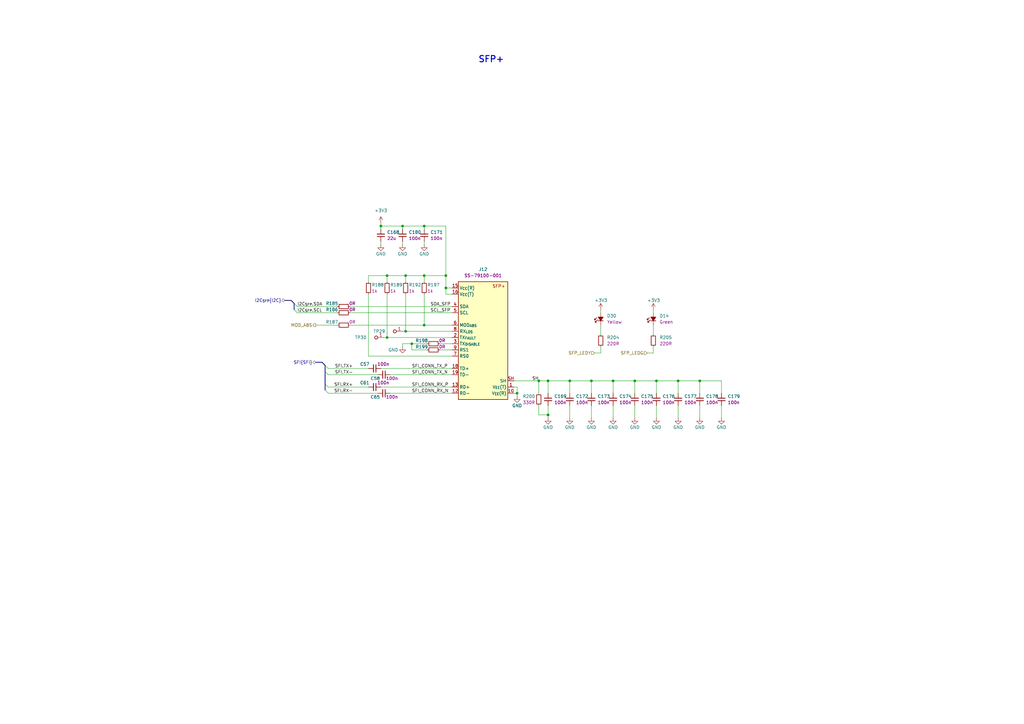
<source format=kicad_sch>
(kicad_sch (version 20250114) (generator "eeschema") (generator_version "9.0")
  (paper "A3")
  (title_block (title "Jetson AGX Thor Baseboard") (date "2025-08-11") (rev "1.0.0") (company "Antmicro Ltd") (comment 1 "www.antmicro.com"))
  (lib_symbols
    (symbol "C_100n_0402_1" (pin_numbers (hide yes)) (pin_names (hide yes))
      (property "Reference" "C" (at 20.32 -5.08 0))
      (property "Val" "100n" (at 20.32 -7.62 0))
      (symbol "C_100n_0402_1_0_1"
        (polyline (pts (xy 2.032 -1.524) (xy 2.032 1.524)) (stroke (width 0.3048)))
        (polyline (pts (xy 3.048 -1.524) (xy 3.048 1.524)) (stroke (width 0.3302)))
      )
      (symbol "C_100n_0402_1_1_1"
        (pin passive line (at 0 0 0) (length 2.032) (name "~") (number "1"))
        (pin passive line (at 5.08 0 180) (length 2.032) (name "~") (number "2"))
      )
    )
    (symbol "R_0R_0402_1" (pin_numbers (hide yes)) (pin_names (hide yes))
      (property "Reference" "R" (at 20.32 -5.08 0))
      (property "Val" "0R" (at 20.32 -7.62 0))
      (symbol "R_0R_0402_1_0_1"
        (rectangle (start 0.635 0.889) (end 4.445 -0.889) (stroke (width 0.254)))
      )
      (symbol "R_0R_0402_1_1_1"
        (pin passive line (at 0 0 0) (length 0.635) (name "~") (number "1"))
        (pin passive line (at 5.08 0 180) (length 0.635) (name "~") (number "2"))
      )
    )
    (symbol "R_1k_0402_1" (pin_numbers (hide yes)) (pin_names (hide yes))
      (property "Reference" "R" (at 20.32 -5.08 0))
      (property "Val" "1k" (at 20.32 -7.62 0))
      (symbol "R_1k_0402_1_0_1"
        (rectangle (start 0.635 0.889) (end 4.445 -0.889) (stroke (width 0.254)))
      )
      (symbol "R_1k_0402_1_1_1"
        (pin passive line (at 0 0 0) (length 0.635) (name "~") (number "1"))
        (pin passive line (at 5.08 0 180) (length 0.635) (name "~") (number "2"))
      )
    )
    (symbol "R_220R_0402_1" (pin_numbers (hide yes)) (pin_names (hide yes))
      (property "Reference" "R" (at 20.32 -5.08 0))
      (property "Val" "220R" (at 20.32 -7.62 0))
      (symbol "R_220R_0402_1_0_1"
        (rectangle (start 0.635 0.889) (end 4.445 -0.889) (stroke (width 0.254)))
      )
      (symbol "R_220R_0402_1_1_1"
        (pin passive line (at 0 0 0) (length 0.635) (name "~") (number "1"))
        (pin passive line (at 5.08 0 180) (length 0.635) (name "~") (number "2"))
      )
    )
    (symbol "R_330R_0402_1" (pin_numbers (hide yes)) (pin_names (hide yes))
      (property "Reference" "R" (at 20.32 -5.08 0))
      (property "Val" "330R" (at 20.32 -7.62 0))
      (symbol "R_330R_0402_1_0_1"
        (rectangle (start 0.635 0.889) (end 4.445 -0.889) (stroke (width 0.254)))
      )
      (symbol "R_330R_0402_1_1_1"
        (pin passive line (at 0 0 0) (length 0.635) (name "~") (number "1"))
        (pin passive line (at 5.08 0 180) (length 0.635) (name "~") (number "2"))
      )
    )
    (symbol "antmicroCapacitors0603:C_22u_10V_0603" (pin_numbers (hide yes)) (pin_names (hide yes))
      (property "Reference" "C" (at 20.32 -5.08 0))
      (property "Val" "22u" (at 20.32 -7.62 0))
      (symbol "C_22u_10V_0603_0_1"
        (polyline (pts (xy 2.032 -1.524) (xy 2.032 1.524)) (stroke (width 0.3048)))
        (polyline (pts (xy 3.048 -1.524) (xy 3.048 1.524)) (stroke (width 0.3302)))
      )
      (symbol "C_22u_10V_0603_1_1"
        (pin passive line (at 0 0 0) (length 2.032) (name "~") (number "1"))
        (pin passive line (at 5.08 0 180) (length 2.032) (name "~") (number "2"))
      )
    )
    (symbol "antmicroCapacitorsmisc:C_100n_0201" (pin_numbers (hide yes)) (pin_names (hide yes))
      (property "Reference" "C" (at 20.32 -5.08 0))
      (property "Val" "100n" (at 20.32 -7.62 0))
      (symbol "C_100n_0201_0_1"
        (polyline (pts (xy 2.032 -1.524) (xy 2.032 1.524)) (stroke (width 0.3048)))
        (polyline (pts (xy 3.048 -1.524) (xy 3.048 1.524)) (stroke (width 0.3302)))
      )
      (symbol "C_100n_0201_1_1"
        (pin passive line (at 0 0 0) (length 2.032) (name "~") (number "1"))
        (pin passive line (at 5.08 0 180) (length 2.032) (name "~") (number "2"))
      )
    )
    (symbol "antmicroLEDIndicationDiscrete:LED_G_0603_LTST-C190GKT" (pin_numbers (hide yes)) (pin_names (hide yes))
      (property "Reference" "D" (at 22.86 -2.54 0))
      (property "Color" "Green" (at 22.86 -5.08 0))
      (symbol "LED_G_0603_LTST-C190GKT_0_1"
        (polyline (pts (xy 1.905 0) (xy 0.635 0)))
        (polyline (pts (xy 4.445 0) (xy 3.175 0)))
      )
      (symbol "LED_G_0603_LTST-C190GKT_1_1"
        (polyline (pts (xy 1.143 2.286) (xy 1.143 1.778) (xy 1.143 2.286) (xy 1.651 2.286) (xy 1.143 2.286) (xy 2.159 1.27)) (stroke (width 0.254)))
        (polyline (pts (xy 1.778 1.016) (xy 1.778 -1.016)) (stroke (width 0.254)))
        (polyline (pts (xy 2.159 2.54) (xy 2.159 2.032) (xy 2.159 2.54) (xy 2.667 2.54) (xy 2.159 2.54) (xy 3.048 1.651)) (stroke (width 0.254)))
        (polyline (pts (xy 3.302 1.016) (xy 3.302 -1.016) (xy 1.778 0) (xy 3.302 1.016)) (stroke (width 0.254)) (fill (type outline)))
        (pin passive line (at 0 0 0) (length 0.635) (name "C") (number "1"))
        (pin passive line (at 5.08 0 180) (length 0.635) (name "A") (number "2"))
      )
    )
    (symbol "antmicroLEDIndicationDiscrete:LED_Y_0603_LTST-C191KSKT" (pin_numbers (hide yes)) (pin_names (hide yes))
      (property "Reference" "D" (at 22.86 -2.54 0))
      (property "Color" "Yellow" (at 22.86 -5.08 0))
      (symbol "LED_Y_0603_LTST-C191KSKT_0_1"
        (polyline (pts (xy 1.905 0) (xy 0.635 0)))
        (polyline (pts (xy 4.445 0) (xy 3.175 0)))
      )
      (symbol "LED_Y_0603_LTST-C191KSKT_1_1"
        (polyline (pts (xy 1.143 2.286) (xy 1.143 1.778) (xy 1.143 2.286) (xy 1.651 2.286) (xy 1.143 2.286) (xy 2.159 1.27)) (stroke (width 0.254)))
        (polyline (pts (xy 1.778 1.016) (xy 1.778 -1.016)) (stroke (width 0.254)))
        (polyline (pts (xy 2.159 2.54) (xy 2.159 2.032) (xy 2.159 2.54) (xy 2.667 2.54) (xy 2.159 2.54) (xy 3.048 1.651)) (stroke (width 0.254)))
        (polyline (pts (xy 3.302 1.016) (xy 3.302 -1.016) (xy 1.778 0) (xy 3.302 1.016)) (stroke (width 0.254)) (fill (type outline)))
        (pin passive line (at 0 0 0) (length 0.635) (name "C") (number "1"))
        (pin passive line (at 5.08 0 180) (length 0.635) (name "A") (number "2"))
      )
    )
    (symbol "antmicroTestPoints:TP_0.75mm_SMD" (pin_names (hide yes)) (in_bom no)
      (property "Reference" "TP" (at 10.16 -1.27 0))
      (symbol "TP_0.75mm_SMD_1_1"
        (circle (center 3.175 0) (radius 0.635) (stroke (width 0.254)))
        (pin passive line (at 0 0 0) (length 2.54) (name "1") (number "1"))
      )
    )
    (symbol "antmicroWire2BoardConnectors:Bel-Fuse_SFP+_1x20_SS-79100-001"
      (property "Reference" "J" (at 39.37 -2.54 0))
      (property "MPN" "SS-79100-001" (at 39.37 -5.08 0))
      (symbol "Bel-Fuse_SFP+_1x20_SS-79100-001_1_1"
        (rectangle (start 2.54 2.54) (end 22.86 -45.72) (stroke (width 0.254)) (fill (type background)))
        (text "SFP+\n" (at 16.51 0 0) (effects (font (size 1.27 1.27)) (justify left bottom)))
        (pin power_in line (at 0 0 0) (length 2.54) (name "V_{CC}(R)") (number "15"))
        (pin power_in line (at 0 -2.54 0) (length 2.54) (name "V_{CC}(T)") (number "16"))
        (pin bidirectional line (at 0 -7.62 0) (length 2.54) (name "SDA") (number "4"))
        (pin bidirectional line (at 0 -10.16 0) (length 2.54) (name "SCL") (number "5"))
        (pin passive line (at 0 -15.24 0) (length 2.54) (name "MOD_{ABS}") (number "6"))
        (pin open_collector line (at 0 -17.78 0) (length 2.54) (name "RX_{LOS}") (number "8"))
        (pin open_collector line (at 0 -20.32 0) (length 2.54) (name "TX_{FAULT}") (number "2"))
        (pin input line (at 0 -22.86 0) (length 2.54) (name "TX_{DISABLE}") (number "3"))
        (pin input line (at 0 -25.4 0) (length 2.54) (name "RS1") (number "9"))
        (pin input line (at 0 -27.94 0) (length 2.54) (name "RS0") (number "7"))
        (pin input line (at 0 -33.02 0) (length 2.54) (name "TD+") (number "18"))
        (pin input line (at 0 -35.56 0) (length 2.54) (name "TD-") (number "19"))
        (pin output line (at 0 -40.64 0) (length 2.54) (name "RD+") (number "13"))
        (pin output line (at 0 -43.18 0) (length 2.54) (name "RD-") (number "12"))
        (pin passive line (at 25.4 -38.1 180) (length 2.54) (name "SH") (number "SH"))
        (pin passive line (at 25.4 -40.64 180) (length 2.54) (name "V_{EE}(T)") (number "1"))
        (pin passive line (at 25.4 -40.64 180) (length 2.54) (hide yes) (name "V_{EE}(T)") (number "17"))
        (pin passive line (at 25.4 -40.64 180) (length 2.54) (hide yes) (name "V_{EE}(T)") (number "20"))
        (pin passive line (at 25.4 -43.18 180) (length 2.54) (name "V_{EE}(R)") (number "10"))
        (pin passive line (at 25.4 -43.18 180) (length 2.54) (hide yes) (name "V_{EE}(R)") (number "11"))
        (pin passive line (at 25.4 -43.18 180) (length 2.54) (hide yes) (name "V_{EE}(R)") (number "14"))
      )
    )
    (symbol "antmicropower:+3V3" (power) (pin_numbers (hide yes)) (pin_names (hide yes))
      (property "Value" "+3V3" (at -3.175 2.54 0))
      (symbol "+3V3_0_1"
        (polyline (pts (xy 0 2.54) (xy -0.762 1.27)))
        (polyline (pts (xy 0 2.54) (xy 0.762 1.27)))
        (polyline (pts (xy 0 0) (xy 0 2.54)))
      )
      (symbol "+3V3_1_1"
        (pin power_in line (at 0 0 90) (length 0) (hide yes) (name "+3V3") (number "1"))
      )
    )
    (symbol "antmicropower:GND" (power) (pin_numbers (hide yes)) (pin_names (hide yes))
      (property "Value" "GND" (at 8.89 -5.08 0))
      (symbol "GND_1_1"
        (polyline (pts (xy 0 0) (xy 0 -1.27) (xy 1.27 -1.27) (xy 0 -2.54) (xy -1.27 -1.27) (xy 0 -1.27)))
        (pin power_in line (at 0 0 270) (length 0) (name "GND") (number "1"))
      )
    )
  )
  (text "SFP+" (at 196.088 25.908 0) (effects (font (size 2.54 2.54) (thickness 0.4) (bold yes)) (justify left bottom)))
  (junction (at 278.13 156.21))
  (junction (at 224.79 156.21))
  (junction (at 182.88 113.03))
  (junction (at 260.35 156.21))
  (junction (at 173.99 92.71))
  (junction (at 158.75 138.43))
  (junction (at 242.57 156.21))
  (junction (at 212.09 161.29))
  (junction (at 287.02 156.21))
  (junction (at 166.37 113.03))
  (junction (at 220.98 156.21))
  (junction (at 156.21 92.71))
  (junction (at 173.99 133.35))
  (junction (at 166.37 135.89))
  (junction (at 224.79 170.18))
  (junction (at 233.68 156.21))
  (junction (at 251.46 156.21))
  (junction (at 173.99 113.03))
  (junction (at 168.91 140.97))
  (junction (at 182.88 118.11))
  (junction (at 165.1 92.71))
  (junction (at 269.24 156.21))
  (junction (at 158.75 113.03))
  (bus_entry (at 133.35 157.48) (size 1.27 1.27))
  (bus_entry (at 120.65 127) (size 1.27 1.27))
  (bus_entry (at 120.65 124.46) (size 1.27 1.27))
  (bus_entry (at 133.35 160.02) (size 1.27 1.27))
  (bus_entry (at 133.35 149.86) (size 1.27 1.27))
  (bus_entry (at 133.35 152.4) (size 1.27 1.27))
  (wire (pts (xy 224.79 170.18) (xy 224.79 166.37)))
  (wire (pts (xy 134.62 151.13) (xy 151.13 151.13)))
  (wire (pts (xy 220.98 161.29) (xy 220.98 156.21)))
  (wire (pts (xy 224.79 156.21) (xy 233.68 156.21)))
  (bus (pts (xy 120.65 124.46) (xy 119.38 123.19)))
  (wire (pts (xy 251.46 156.21) (xy 260.35 156.21)))
  (bus (pts (xy 133.35 152.4) (xy 133.35 157.48)))
  (bus (pts (xy 133.35 149.86) (xy 132.08 148.59)))
  (wire (pts (xy 156.21 100.33) (xy 156.21 99.06)))
  (wire (pts (xy 168.91 143.51) (xy 175.26 143.51)))
  (wire (pts (xy 269.24 156.21) (xy 269.24 161.29)))
  (wire (pts (xy 220.98 170.18) (xy 220.98 166.37)))
  (wire (pts (xy 143.51 128.27) (xy 185.42 128.27)))
  (wire (pts (xy 173.99 133.35) (xy 173.99 120.65)))
  (wire (pts (xy 242.57 156.21) (xy 251.46 156.21)))
  (wire (pts (xy 166.37 115.57) (xy 166.37 113.03)))
  (wire (pts (xy 295.91 166.37) (xy 295.91 171.45)))
  (wire (pts (xy 267.97 144.78) (xy 267.97 142.24)))
  (wire (pts (xy 165.1 142.24) (xy 165.1 140.97)))
  (wire (pts (xy 157.48 138.43) (xy 158.75 138.43)))
  (wire (pts (xy 287.02 156.21) (xy 287.02 161.29)))
  (wire (pts (xy 287.02 166.37) (xy 287.02 171.45)))
  (wire (pts (xy 265.43 144.78) (xy 267.97 144.78)))
  (wire (pts (xy 173.99 100.33) (xy 173.99 99.06)))
  (wire (pts (xy 151.13 113.03) (xy 158.75 113.03)))
  (wire (pts (xy 210.82 156.21) (xy 220.98 156.21)))
  (wire (pts (xy 158.75 138.43) (xy 185.42 138.43)))
  (wire (pts (xy 267.97 133.35) (xy 267.97 137.16)))
  (wire (pts (xy 260.35 156.21) (xy 269.24 156.21)))
  (wire (pts (xy 210.82 158.75) (xy 212.09 158.75)))
  (wire (pts (xy 156.21 158.75) (xy 185.42 158.75)))
  (wire (pts (xy 224.79 161.29) (xy 224.79 156.21)))
  (wire (pts (xy 121.92 125.73) (xy 138.43 125.73)))
  (wire (pts (xy 160.02 161.29) (xy 185.42 161.29)))
  (wire (pts (xy 121.92 128.27) (xy 138.43 128.27)))
  (wire (pts (xy 165.1 140.97) (xy 168.91 140.97)))
  (wire (pts (xy 212.09 161.29) (xy 212.09 162.56)))
  (wire (pts (xy 156.21 151.13) (xy 185.42 151.13)))
  (wire (pts (xy 278.13 156.21) (xy 287.02 156.21)))
  (wire (pts (xy 185.42 120.65) (xy 182.88 120.65)))
  (wire (pts (xy 242.57 156.21) (xy 242.57 161.29)))
  (wire (pts (xy 173.99 92.71) (xy 182.88 92.71)))
  (wire (pts (xy 182.88 118.11) (xy 185.42 118.11)))
  (wire (pts (xy 151.13 146.05) (xy 151.13 120.65)))
  (wire (pts (xy 165.1 100.33) (xy 165.1 99.06)))
  (wire (pts (xy 260.35 166.37) (xy 260.35 171.45)))
  (bus (pts (xy 133.35 152.4) (xy 133.35 149.86)))
  (wire (pts (xy 246.38 127) (xy 246.38 128.27)))
  (wire (pts (xy 143.51 125.73) (xy 185.42 125.73)))
  (wire (pts (xy 233.68 156.21) (xy 233.68 161.29)))
  (wire (pts (xy 212.09 158.75) (xy 212.09 161.29)))
  (wire (pts (xy 151.13 113.03) (xy 151.13 115.57)))
  (wire (pts (xy 220.98 156.21) (xy 224.79 156.21)))
  (wire (pts (xy 156.21 92.71) (xy 156.21 93.98)))
  (wire (pts (xy 246.38 133.35) (xy 246.38 137.16)))
  (wire (pts (xy 151.13 146.05) (xy 185.42 146.05)))
  (wire (pts (xy 220.98 170.18) (xy 224.79 170.18)))
  (bus (pts (xy 129.54 148.59) (xy 132.08 148.59)))
  (wire (pts (xy 182.88 113.03) (xy 182.88 118.11)))
  (bus (pts (xy 120.65 124.46) (xy 120.65 127)))
  (wire (pts (xy 173.99 115.57) (xy 173.99 113.03)))
  (wire (pts (xy 180.34 140.97) (xy 185.42 140.97)))
  (wire (pts (xy 182.88 120.65) (xy 182.88 118.11)))
  (wire (pts (xy 168.91 140.97) (xy 175.26 140.97)))
  (wire (pts (xy 278.13 166.37) (xy 278.13 171.45)))
  (wire (pts (xy 233.68 156.21) (xy 242.57 156.21)))
  (wire (pts (xy 165.1 135.89) (xy 166.37 135.89)))
  (wire (pts (xy 129.54 133.35) (xy 138.43 133.35)))
  (wire (pts (xy 278.13 156.21) (xy 278.13 161.29)))
  (wire (pts (xy 158.75 115.57) (xy 158.75 113.03)))
  (wire (pts (xy 233.68 166.37) (xy 233.68 171.45)))
  (wire (pts (xy 251.46 166.37) (xy 251.46 171.45)))
  (wire (pts (xy 158.75 120.65) (xy 158.75 138.43)))
  (wire (pts (xy 180.34 143.51) (xy 185.42 143.51)))
  (wire (pts (xy 251.46 156.21) (xy 251.46 161.29)))
  (wire (pts (xy 173.99 113.03) (xy 182.88 113.03)))
  (wire (pts (xy 134.62 153.67) (xy 154.94 153.67)))
  (wire (pts (xy 166.37 120.65) (xy 166.37 135.89)))
  (wire (pts (xy 224.79 170.18) (xy 224.79 171.45)))
  (wire (pts (xy 166.37 113.03) (xy 173.99 113.03)))
  (wire (pts (xy 158.75 113.03) (xy 166.37 113.03)))
  (wire (pts (xy 168.91 140.97) (xy 168.91 143.51)))
  (wire (pts (xy 267.97 127) (xy 267.97 128.27)))
  (wire (pts (xy 287.02 156.21) (xy 295.91 156.21)))
  (wire (pts (xy 134.62 161.29) (xy 154.94 161.29)))
  (bus (pts (xy 133.35 157.48) (xy 133.35 160.02)))
  (wire (pts (xy 295.91 156.21) (xy 295.91 161.29)))
  (wire (pts (xy 243.84 144.78) (xy 246.38 144.78)))
  (wire (pts (xy 173.99 93.98) (xy 173.99 92.71)))
  (wire (pts (xy 134.62 158.75) (xy 151.13 158.75)))
  (wire (pts (xy 143.51 133.35) (xy 173.99 133.35)))
  (wire (pts (xy 160.02 153.67) (xy 185.42 153.67)))
  (wire (pts (xy 156.21 91.44) (xy 156.21 92.71)))
  (bus (pts (xy 116.84 123.19) (xy 119.38 123.19)))
  (wire (pts (xy 166.37 135.89) (xy 185.42 135.89)))
  (wire (pts (xy 242.57 166.37) (xy 242.57 171.45)))
  (wire (pts (xy 165.1 92.71) (xy 165.1 93.98)))
  (wire (pts (xy 210.82 161.29) (xy 212.09 161.29)))
  (wire (pts (xy 269.24 156.21) (xy 278.13 156.21)))
  (wire (pts (xy 269.24 166.37) (xy 269.24 171.45)))
  (wire (pts (xy 182.88 92.71) (xy 182.88 113.03)))
  (wire (pts (xy 156.21 92.71) (xy 165.1 92.71)))
  (wire (pts (xy 173.99 133.35) (xy 185.42 133.35)))
  (wire (pts (xy 246.38 142.24) (xy 246.38 144.78)))
  (wire (pts (xy 260.35 156.21) (xy 260.35 161.29)))
  (wire (pts (xy 173.99 92.71) (xy 165.1 92.71)))
  (label "SFI.RX-" (at 144.78 161.29 180))
  (label "SCL_SFP" (at 176.53 128.27 0))
  (label "SFI.TX-" (at 144.78 153.67 180))
  (label "SFI.TX+" (at 144.78 151.13 180))
  (label "SDA_SFP" (at 176.53 125.73 0))
  (label "SFI.RX+" (at 144.78 158.75 180))
  (label "SFI_CONN_TX_P" (at 168.91 151.13 0))
  (label "SFI_CONN_RX_P" (at 168.91 158.75 0))
  (label "SH" (at 220.98 156.21 180))
  (label "I2C_{SFP}.SCL" (at 121.92 128.27 0))
  (label "I2C_{SFP}.SDA" (at 121.92 125.73 0))
  (label "SFI_CONN_TX_N" (at 168.91 153.67 0))
  (label "SFI_CONN_RX_N" (at 168.91 161.29 0))
  (hierarchical_label "MOD_ABS" (shape output) (at 129.54 133.35 180))
  (hierarchical_label "SFP_LEDG" (shape input) (at 265.43 144.78 180))
  (hierarchical_label "I2C_{SFP}{I2C}" (shape bidirectional) (at 116.84 123.19 180))
  (hierarchical_label "SFP_LEDY" (shape input) (at 243.84 144.78 180))
  (hierarchical_label "SFI{SFI}" (shape bidirectional) (at 129.54 148.59 180))
  (symbol (lib_name "R_1k_0402_1") (lib_id "antmicroResistors0402:R_1k_0402") (at 158.75 120.65 90) (unit 1)
    (property "Reference" "R189" (at 160.02 116.84 90) (effects (justify right)))
    (property "Value" "R_1k_0402" (effects (hide yes)))
    (property "Footprint" "antmicro-footprints:R_0402_1005Metric" (effects (hide yes)))
    (property "Datasheet" "https://www.bourns.com/docs/product-datasheets/cr.pdf" (effects (hide yes)))
    (property "Description" "SMD Chip Resistor, 1 kohm, ± 1%, 63 mW, 0402 [1005 Metric], Thick Film, General Purpose" (effects (hide yes)))
    (property "MPN" "CR0402-FX-1001GLF" (effects (hide yes)))
    (property "Manufacturer" "Bourns" (effects (hide yes)))
    (property "License" "Apache-2.0" (effects (hide yes)))
    (property "Author" "Antmicro" (effects (hide yes)))
    (property "Val" "1k" (at 160.02 119.38 90) (effects (justify right)))
    (property "Tolerance" "1%" (effects (hide yes)))
  )
  (symbol (lib_id "antmicroCapacitors0603:C_22u_10V_0603") (at 156.21 99.06 90) (unit 1)
    (property "Reference" "C168" (at 158.75 95.2436 90) (effects (justify right)))
    (property "Value" "C_22u_10V_0603" (effects (hide yes)))
    (property "Footprint" "antmicro-footprints:C_0603_1608Metric" (effects (hide yes)))
    (property "Datasheet" "https://www.murata.com/products/productdetail?partno=GRM188R61A226ME15%23" (effects (hide yes)))
    (property "Description" "22 µF ±20% 10V Ceramic Capacitor X5R 0603 (1608 Metric)" (effects (hide yes)))
    (property "MPN" "GRM188R61A226ME15D" (effects (hide yes)))
    (property "Manufacturer" "Murata" (effects (hide yes)))
    (property "License" "Apache-2.0" (effects (hide yes)))
    (property "Author" "Antmicro" (effects (hide yes)))
    (property "Val" "22u" (at 158.75 97.7836 90) (effects (justify right)))
    (property "Voltage" "10V" (effects (hide yes)))
  )
  (symbol (lib_name "C_100n_0402_1") (lib_id "antmicroCapacitors0402:C_100n_0402") (at 295.91 166.37 90) (unit 1)
    (property "Reference" "C179" (at 298.45 162.5536 90) (effects (justify right)))
    (property "Value" "C_100n_0402" (effects (hide yes)))
    (property "Footprint" "antmicro-footprints:C_0402_1005Metric" (effects (hide yes)))
    (property "Datasheet" "https://www.murata.com/products/productdetail?partno=GRM155R61H104KE14%23" (effects (hide yes)))
    (property "Description" "SMD Multilayer Ceramic Capacitor, 0.1 µF, 50 V, 0402 [1005 Metric], ± 10%, X5R, GRM Series" (effects (hide yes)))
    (property "MPN" "GRM155R61H104KE14D" (effects (hide yes)))
    (property "Manufacturer" "Murata" (effects (hide yes)))
    (property "License" "Apache-2.0" (effects (hide yes)))
    (property "Author" "Antmicro" (effects (hide yes)))
    (property "Val" "100n" (at 298.45 165.0936 90) (effects (justify right)))
    (property "Voltage" "50V" (effects (hide yes)))
    (property "Dielectric" "X5R" (effects (hide yes)))
  )
  (symbol (lib_id "antmicroCapacitorsmisc:C_100n_0201") (at 156.21 151.13 180) (unit 1)
    (property "Reference" "C57" (at 149.606 149.352 0))
    (property "Value" "C_100n_0201" (effects (hide yes)))
    (property "Footprint" "antmicro-footprints:C_0201" (effects (hide yes)))
    (property "Datasheet" "https://www.yageo.com/en/Chart/Download/pdf/CC0201KRX6S5BB104" (effects (hide yes)))
    (property "Description" "SMD Multilayer Ceramic Capacitor, 0.1 µF, 6.3 V, 0201 [0603 Metric], ± 10%, X6S, CC Series" (effects (hide yes)))
    (property "MPN" "CC0201KRX6S5BB104" (effects (hide yes)))
    (property "Manufacturer" "YAGEO" (effects (hide yes)))
    (property "License" "Apache-2.0" (effects (hide yes)))
    (property "Author" "Antmicro" (effects (hide yes)))
    (property "Val" "100n" (at 157.226 149.352 0))
    (property "Public" "False" (effects (hide yes)))
  )
  (symbol (lib_name "R_220R_0402_1") (lib_id "antmicroResistors0402:R_220R_0402") (at 246.38 142.24 90) (unit 1)
    (property "Reference" "R204" (at 248.92 138.43 90) (effects (justify right)))
    (property "Value" "R_220R_0402" (effects (hide yes)))
    (property "Footprint" "antmicro-footprints:R_0402_1005Metric" (effects (hide yes)))
    (property "Datasheet" "https://www.bourns.com/docs/product-datasheets/cr.pdf" (effects (hide yes)))
    (property "Description" "SMD Chip Resistor, 220 ohm, ± 1%, 62.5 mW, 0402 [1005 Metric], Thick Film, General Purpose" (effects (hide yes)))
    (property "MPN" "CR0402-FX-2200GLF" (effects (hide yes)))
    (property "Manufacturer" "Bourns" (effects (hide yes)))
    (property "License" "Apache-2.0" (effects (hide yes)))
    (property "Author" "Antmicro" (effects (hide yes)))
    (property "Val" "220R" (at 248.92 140.97 90) (effects (justify right)))
    (property "Tolerance" "1%" (effects (hide yes)))
  )
  (symbol (lib_name "R_1k_0402_1") (lib_id "antmicroResistors0402:R_1k_0402") (at 173.99 120.65 90) (unit 1)
    (property "Reference" "R197" (at 175.26 116.84 90) (effects (justify right)))
    (property "Value" "R_1k_0402" (effects (hide yes)))
    (property "Footprint" "antmicro-footprints:R_0402_1005Metric" (effects (hide yes)))
    (property "Datasheet" "https://www.bourns.com/docs/product-datasheets/cr.pdf" (effects (hide yes)))
    (property "Description" "SMD Chip Resistor, 1 kohm, ± 1%, 63 mW, 0402 [1005 Metric], Thick Film, General Purpose" (effects (hide yes)))
    (property "MPN" "CR0402-FX-1001GLF" (effects (hide yes)))
    (property "Manufacturer" "Bourns" (effects (hide yes)))
    (property "License" "Apache-2.0" (effects (hide yes)))
    (property "Author" "Antmicro" (effects (hide yes)))
    (property "Val" "1k" (at 175.26 119.38 90) (effects (justify right)))
    (property "Tolerance" "1%" (effects (hide yes)))
  )
  (symbol (lib_id "antmicropower:GND") (at 278.13 171.45 0) (mirror y) (unit 1)
    (property "Reference" "#PWR0358" (effects (hide yes)))
    (property "Value" "GND" (at 278.13 175.26 0))
    (property "Author" "Antmicro" (effects (hide yes)))
    (property "License" "Apache-2.0" (effects (hide yes)))
  )
  (symbol (lib_id "antmicroWire2BoardConnectors:Bel-Fuse_SFP+_1x20_SS-79100-001") (at 185.42 118.11 0) (unit 1)
    (property "Reference" "J12" (at 198.12 110.49 0))
    (property "Value" "Bel-Fuse_SFP+_1x20_SS-79100-001" (effects (hide yes)))
    (property "Footprint" "antmicro-footprints:Conn_Bel-Fuse_SFP+_1x20_SS-79100-001" (effects (hide yes)))
    (property "Datasheet" "https://www.cinch.com/media/datasheets/products/ethernet-usb/ds-stw-sfp-cages.pdf" (effects (hide yes)))
    (property "Description" "20 Position SFP+ Receptacle with Cage, Right Angle" (effects (hide yes)))
    (property "MPN" "SS-79100-001" (at 198.12 113.03 0))
    (property "Manufacturer" "Bel Fuse" (effects (hide yes)))
    (property "Author" "Antmicro" (effects (hide yes)))
    (property "License" "Apache-2.0" (effects (hide yes)))
  )
  (symbol (lib_name "C_100n_0402_1") (lib_id "antmicroCapacitors0402:C_100n_0402") (at 173.99 99.06 90) (unit 1)
    (property "Reference" "C171" (at 176.53 95.2436 90) (effects (justify right)))
    (property "Value" "C_100n_0402" (effects (hide yes)))
    (property "Footprint" "antmicro-footprints:C_0402_1005Metric" (effects (hide yes)))
    (property "Datasheet" "https://www.murata.com/products/productdetail?partno=GRM155R61H104KE14%23" (effects (hide yes)))
    (property "Description" "SMD Multilayer Ceramic Capacitor, 0.1 µF, 50 V, 0402 [1005 Metric], ± 10%, X5R, GRM Series" (effects (hide yes)))
    (property "MPN" "GRM155R61H104KE14D" (effects (hide yes)))
    (property "Manufacturer" "Murata" (effects (hide yes)))
    (property "License" "Apache-2.0" (effects (hide yes)))
    (property "Author" "Antmicro" (effects (hide yes)))
    (property "Val" "100n" (at 176.53 97.7836 90) (effects (justify right)))
    (property "Voltage" "50V" (effects (hide yes)))
    (property "Dielectric" "X5R" (effects (hide yes)))
  )
  (symbol (lib_id "antmicropower:GND") (at 212.09 162.56 0) (unit 1)
    (property "Reference" "#PWR0349" (effects (hide yes)))
    (property "Value" "GND" (at 212.09 166.37 0))
    (property "Author" "Antmicro" (effects (hide yes)))
    (property "License" "Apache-2.0" (effects (hide yes)))
  )
  (symbol (lib_id "antmicroCapacitorsmisc:C_100n_0201") (at 160.02 153.67 180) (unit 1)
    (property "Reference" "C58" (at 153.924 155.194 0))
    (property "Value" "C_100n_0201" (effects (hide yes)))
    (property "Footprint" "antmicro-footprints:C_0201" (effects (hide yes)))
    (property "Datasheet" "https://www.yageo.com/en/Chart/Download/pdf/CC0201KRX6S5BB104" (effects (hide yes)))
    (property "Description" "SMD Multilayer Ceramic Capacitor, 0.1 µF, 6.3 V, 0201 [0603 Metric], ± 10%, X6S, CC Series" (effects (hide yes)))
    (property "MPN" "CC0201KRX6S5BB104" (effects (hide yes)))
    (property "Manufacturer" "YAGEO" (effects (hide yes)))
    (property "License" "Apache-2.0" (effects (hide yes)))
    (property "Author" "Antmicro" (effects (hide yes)))
    (property "Val" "100n" (at 160.782 155.194 0))
    (property "Public" "False" (effects (hide yes)))
  )
  (symbol (lib_id "antmicropower:GND") (at 260.35 171.45 0) (mirror y) (unit 1)
    (property "Reference" "#PWR0355" (effects (hide yes)))
    (property "Value" "GND" (at 260.35 175.26 0))
    (property "Author" "Antmicro" (effects (hide yes)))
    (property "License" "Apache-2.0" (effects (hide yes)))
  )
  (symbol (lib_id "antmicroCapacitorsmisc:C_100n_0201") (at 160.02 161.29 180) (unit 1)
    (property "Reference" "C65" (at 153.924 162.814 0))
    (property "Value" "C_100n_0201" (effects (hide yes)))
    (property "Footprint" "antmicro-footprints:C_0201" (effects (hide yes)))
    (property "Datasheet" "https://www.yageo.com/en/Chart/Download/pdf/CC0201KRX6S5BB104" (effects (hide yes)))
    (property "Description" "SMD Multilayer Ceramic Capacitor, 0.1 µF, 6.3 V, 0201 [0603 Metric], ± 10%, X6S, CC Series" (effects (hide yes)))
    (property "MPN" "CC0201KRX6S5BB104" (effects (hide yes)))
    (property "Manufacturer" "YAGEO" (effects (hide yes)))
    (property "License" "Apache-2.0" (effects (hide yes)))
    (property "Author" "Antmicro" (effects (hide yes)))
    (property "Val" "100n" (at 160.782 162.814 0))
    (property "Public" "False" (effects (hide yes)))
  )
  (symbol (lib_id "antmicropower:GND") (at 173.99 100.33 0) (mirror y) (unit 1)
    (property "Reference" "#PWR0347" (effects (hide yes)))
    (property "Value" "GND" (at 173.99 104.14 0))
    (property "Author" "Antmicro" (effects (hide yes)))
    (property "License" "Apache-2.0" (effects (hide yes)))
  )
  (symbol (lib_id "antmicropower:GND") (at 242.57 171.45 0) (mirror y) (unit 1)
    (property "Reference" "#PWR0352" (effects (hide yes)))
    (property "Value" "GND" (at 242.57 175.26 0))
    (property "Author" "Antmicro" (effects (hide yes)))
    (property "License" "Apache-2.0" (effects (hide yes)))
  )
  (symbol (lib_id "antmicropower:GND") (at 165.1 142.24 0) (unit 1)
    (property "Reference" "#PWR0344" (effects (hide yes)))
    (property "Value" "GND" (at 161.29 143.51 0))
    (property "Author" "Antmicro" (effects (hide yes)))
    (property "License" "Apache-2.0" (effects (hide yes)))
  )
  (symbol (lib_id "antmicropower:GND") (at 165.1 100.33 0) (mirror y) (unit 1)
    (property "Reference" "#PWR0343" (effects (hide yes)))
    (property "Value" "GND" (at 165.1 104.14 0))
    (property "Author" "Antmicro" (effects (hide yes)))
    (property "License" "Apache-2.0" (effects (hide yes)))
  )
  (symbol (lib_name "C_100n_0402_1") (lib_id "antmicroCapacitors0402:C_100n_0402") (at 233.68 166.37 90) (unit 1)
    (property "Reference" "C172" (at 236.22 162.5536 90) (effects (justify right)))
    (property "Value" "C_100n_0402" (effects (hide yes)))
    (property "Footprint" "antmicro-footprints:C_0402_1005Metric" (effects (hide yes)))
    (property "Datasheet" "https://www.murata.com/products/productdetail?partno=GRM155R61H104KE14%23" (effects (hide yes)))
    (property "Description" "SMD Multilayer Ceramic Capacitor, 0.1 µF, 50 V, 0402 [1005 Metric], ± 10%, X5R, GRM Series" (effects (hide yes)))
    (property "MPN" "GRM155R61H104KE14D" (effects (hide yes)))
    (property "Manufacturer" "Murata" (effects (hide yes)))
    (property "License" "Apache-2.0" (effects (hide yes)))
    (property "Author" "Antmicro" (effects (hide yes)))
    (property "Val" "100n" (at 236.22 165.0936 90) (effects (justify right)))
    (property "Voltage" "50V" (effects (hide yes)))
    (property "Dielectric" "X5R" (effects (hide yes)))
  )
  (symbol (lib_name "R_0R_0402_1") (lib_id "antmicroResistors0402:R_0R_0402") (at 175.26 143.51 0) (unit 1)
    (property "Reference" "R199" (at 172.974 142.24 0))
    (property "Value" "R_0R_0402" (effects (hide yes)))
    (property "Footprint" "antmicro-footprints:R_0402_1005Metric" (effects (hide yes)))
    (property "Datasheet" "https://industrial.panasonic.com/cdbs/www-data/pdf/RDA0000/AOA0000C301.pdf" (effects (hide yes)))
    (property "Description" "SMD Chip Resistor, Jumper, 0 ohm, 100 mW, 0402 [1005 Metric], Thick Film, General Purpose" (effects (hide yes)))
    (property "MPN" "ERJ2GE0R00X" (effects (hide yes)))
    (property "Manufacturer" "Panasonic" (effects (hide yes)))
    (property "License" "Apache-2.0" (effects (hide yes)))
    (property "Author" "Antmicro" (effects (hide yes)))
    (property "Val" "0R" (at 181.356 142.24 0))
    (property "Current" "1A" (effects (hide yes)))
  )
  (symbol (lib_name "C_100n_0402_1") (lib_id "antmicroCapacitors0402:C_100n_0402") (at 269.24 166.37 90) (unit 1)
    (property "Reference" "C176" (at 271.78 162.5536 90) (effects (justify right)))
    (property "Value" "C_100n_0402" (effects (hide yes)))
    (property "Footprint" "antmicro-footprints:C_0402_1005Metric" (effects (hide yes)))
    (property "Datasheet" "https://www.murata.com/products/productdetail?partno=GRM155R61H104KE14%23" (effects (hide yes)))
    (property "Description" "SMD Multilayer Ceramic Capacitor, 0.1 µF, 50 V, 0402 [1005 Metric], ± 10%, X5R, GRM Series" (effects (hide yes)))
    (property "MPN" "GRM155R61H104KE14D" (effects (hide yes)))
    (property "Manufacturer" "Murata" (effects (hide yes)))
    (property "License" "Apache-2.0" (effects (hide yes)))
    (property "Author" "Antmicro" (effects (hide yes)))
    (property "Val" "100n" (at 271.78 165.0936 90) (effects (justify right)))
    (property "Voltage" "50V" (effects (hide yes)))
    (property "Dielectric" "X5R" (effects (hide yes)))
  )
  (symbol (lib_id "antmicropower:+3V3") (at 156.21 91.44 0) (unit 1)
    (property "Reference" "#PWR0339" (effects (hide yes)))
    (property "Value" "+3V3" (at 156.21 86.36 0))
    (property "Author" "Antmicro" (effects (hide yes)))
    (property "License" "Apache-2.0" (effects (hide yes)))
  )
  (symbol (lib_id "antmicroTestPoints:TP_0.75mm_SMD") (at 165.1 135.89 0) (mirror y) (unit 1) (in_bom no)
    (property "Reference" "TP29" (at 157.988 135.89 0) (effects (justify left)))
    (property "Value" "TP_0.75mm_SMD" (effects (hide yes)))
    (property "Footprint" "antmicro-footprints:TP_SMD_0.75mm" (effects (hide yes)))
    (property "Description" "SMT test point" (effects (hide yes)))
    (property "Author" "Antmicro" (effects (hide yes)))
    (property "License" "Apache-2.0" (effects (hide yes)))
  )
  (symbol (lib_id "antmicroTestPoints:TP_0.75mm_SMD") (at 157.48 138.43 0) (mirror y) (unit 1) (in_bom no)
    (property "Reference" "TP30" (at 150.368 138.43 0) (effects (justify left)))
    (property "Value" "TP_0.75mm_SMD" (effects (hide yes)))
    (property "Footprint" "antmicro-footprints:TP_SMD_0.75mm" (effects (hide yes)))
    (property "Description" "SMT test point" (effects (hide yes)))
    (property "Author" "Antmicro" (effects (hide yes)))
    (property "License" "Apache-2.0" (effects (hide yes)))
  )
  (symbol (lib_name "R_330R_0402_1") (lib_id "antmicroResistors0402:R_330R_0402") (at 220.98 166.37 90) (unit 1)
    (property "Reference" "R200" (at 219.456 162.56 90) (effects (justify left)))
    (property "Value" "R_330R_0402" (effects (hide yes)))
    (property "Footprint" "antmicro-footprints:R_0402_1005Metric" (effects (hide yes)))
    (property "Datasheet" "https://www.bourns.com/docs/product-datasheets/cr.pdf" (effects (hide yes)))
    (property "Description" "SMD Chip Resistor, 330 ohm, ± 1%, 62.5 mW, 0402 [1005 Metric], Thick Film, General Purpose" (effects (hide yes)))
    (property "MPN" "CR0402-FX-3300GLF" (effects (hide yes)))
    (property "Manufacturer" "Bourns" (effects (hide yes)))
    (property "License" "Apache-2.0" (effects (hide yes)))
    (property "Author" "Antmicro" (effects (hide yes)))
    (property "Val" "330R" (at 219.456 165.1 90) (effects (justify left)))
    (property "Tolerance" "1%" (effects (hide yes)))
  )
  (symbol (lib_name "R_0R_0402_1") (lib_id "antmicroResistors0402:R_0R_0402") (at 138.43 133.35 0) (unit 1)
    (property "Reference" "R187" (at 136.144 132.08 0))
    (property "Value" "R_0R_0402" (effects (hide yes)))
    (property "Footprint" "antmicro-footprints:R_0402_1005Metric" (effects (hide yes)))
    (property "Datasheet" "https://industrial.panasonic.com/cdbs/www-data/pdf/RDA0000/AOA0000C301.pdf" (effects (hide yes)))
    (property "Description" "SMD Chip Resistor, Jumper, 0 ohm, 100 mW, 0402 [1005 Metric], Thick Film, General Purpose" (effects (hide yes)))
    (property "MPN" "ERJ2GE0R00X" (effects (hide yes)))
    (property "Manufacturer" "Panasonic" (effects (hide yes)))
    (property "License" "Apache-2.0" (effects (hide yes)))
    (property "Author" "Antmicro" (effects (hide yes)))
    (property "Val" "0R" (at 144.526 132.08 0))
    (property "Current" "1A" (effects (hide yes)))
  )
  (symbol (lib_id "antmicropower:GND") (at 287.02 171.45 0) (mirror y) (unit 1)
    (property "Reference" "#PWR0359" (effects (hide yes)))
    (property "Value" "GND" (at 287.02 175.26 0))
    (property "Author" "Antmicro" (effects (hide yes)))
    (property "License" "Apache-2.0" (effects (hide yes)))
  )
  (symbol (lib_name "R_0R_0402_1") (lib_id "antmicroResistors0402:R_0R_0402") (at 138.43 128.27 0) (unit 1)
    (property "Reference" "R186" (at 136.144 127 0))
    (property "Value" "R_0R_0402" (effects (hide yes)))
    (property "Footprint" "antmicro-footprints:R_0402_1005Metric" (effects (hide yes)))
    (property "Datasheet" "https://industrial.panasonic.com/cdbs/www-data/pdf/RDA0000/AOA0000C301.pdf" (effects (hide yes)))
    (property "Description" "SMD Chip Resistor, Jumper, 0 ohm, 100 mW, 0402 [1005 Metric], Thick Film, General Purpose" (effects (hide yes)))
    (property "MPN" "ERJ2GE0R00X" (effects (hide yes)))
    (property "Manufacturer" "Panasonic" (effects (hide yes)))
    (property "License" "Apache-2.0" (effects (hide yes)))
    (property "Author" "Antmicro" (effects (hide yes)))
    (property "Val" "0R" (at 144.526 127 0))
    (property "Current" "1A" (effects (hide yes)))
  )
  (symbol (lib_id "antmicroLEDIndicationDiscrete:LED_G_0603_LTST-C190GKT") (at 267.97 133.35 90) (unit 1)
    (property "Reference" "D14" (at 270.51 129.54 90) (effects (justify right)))
    (property "Value" "LED_G_0603_LTST-C190GKT" (effects (hide yes)))
    (property "Footprint" "antmicro-footprints:LED_0603_1608Metric_G" (effects (hide yes)))
    (property "Datasheet" "https://media.digikey.com/pdf/Data%20Sheets/Lite-On%20PDFs/LTST-C190GKT.pdf" (effects (hide yes)))
    (property "Description" "LED, Green, SMD, 0603, 20 mA, 2.1 V, 569 nm" (effects (hide yes)))
    (property "MPN" "LTST-C190GKT" (effects (hide yes)))
    (property "Manufacturer" "Lite-On" (effects (hide yes)))
    (property "Color" "Green" (at 270.51 132.0799 90) (effects (justify right)))
    (property "Author" "Antmicro" (effects (hide yes)))
    (property "License" "Apache-2.0" (effects (hide yes)))
  )
  (symbol (lib_id "antmicroLEDIndicationDiscrete:LED_Y_0603_LTST-C191KSKT") (at 246.38 133.35 90) (unit 1)
    (property "Reference" "D30" (at 248.92 129.54 90) (effects (justify right)))
    (property "Value" "LED_Y_0603_LTST-C191KSKT" (effects (hide yes)))
    (property "Footprint" "antmicro-footprints:LED_0603_1608Metric_Y" (effects (hide yes)))
    (property "Datasheet" "https://optoelectronics.liteon.com/upload/download/DS22-2000-224/LTST-C191KSKT.PDF" (effects (hide yes)))
    (property "MPN" "LTST-C191KSKT" (effects (hide yes)))
    (property "Manufacturer" "Lite-On" (effects (hide yes)))
    (property "Color" "Yellow" (at 248.92 132.08 90) (effects (justify right)))
    (property "Author" "Antmicro" (effects (hide yes)))
    (property "License" "Apache-2.0" (effects (hide yes)))
  )
  (symbol (lib_name "C_100n_0402_1") (lib_id "antmicroCapacitors0402:C_100n_0402") (at 287.02 166.37 90) (unit 1)
    (property "Reference" "C178" (at 289.56 162.5536 90) (effects (justify right)))
    (property "Value" "C_100n_0402" (effects (hide yes)))
    (property "Footprint" "antmicro-footprints:C_0402_1005Metric" (effects (hide yes)))
    (property "Datasheet" "https://www.murata.com/products/productdetail?partno=GRM155R61H104KE14%23" (effects (hide yes)))
    (property "Description" "SMD Multilayer Ceramic Capacitor, 0.1 µF, 50 V, 0402 [1005 Metric], ± 10%, X5R, GRM Series" (effects (hide yes)))
    (property "MPN" "GRM155R61H104KE14D" (effects (hide yes)))
    (property "Manufacturer" "Murata" (effects (hide yes)))
    (property "License" "Apache-2.0" (effects (hide yes)))
    (property "Author" "Antmicro" (effects (hide yes)))
    (property "Val" "100n" (at 289.56 165.0936 90) (effects (justify right)))
    (property "Voltage" "50V" (effects (hide yes)))
    (property "Dielectric" "X5R" (effects (hide yes)))
  )
  (symbol (lib_id "antmicropower:+3V3") (at 246.38 127 0) (unit 1)
    (property "Reference" "#PWR0353" (effects (hide yes)))
    (property "Value" "+3V3" (at 243.84 123.19 0) (effects (justify left)))
    (property "Author" "Antmicro" (effects (hide yes)))
    (property "License" "Apache-2.0" (effects (hide yes)))
  )
  (symbol (lib_name "R_1k_0402_1") (lib_id "antmicroResistors0402:R_1k_0402") (at 151.13 120.65 90) (unit 1)
    (property "Reference" "R188" (at 152.4 116.84 90) (effects (justify right)))
    (property "Value" "R_1k_0402" (effects (hide yes)))
    (property "Footprint" "antmicro-footprints:R_0402_1005Metric" (effects (hide yes)))
    (property "Datasheet" "https://www.bourns.com/docs/product-datasheets/cr.pdf" (effects (hide yes)))
    (property "Description" "SMD Chip Resistor, 1 kohm, ± 1%, 63 mW, 0402 [1005 Metric], Thick Film, General Purpose" (effects (hide yes)))
    (property "MPN" "CR0402-FX-1001GLF" (effects (hide yes)))
    (property "Manufacturer" "Bourns" (effects (hide yes)))
    (property "License" "Apache-2.0" (effects (hide yes)))
    (property "Author" "Antmicro" (effects (hide yes)))
    (property "Val" "1k" (at 152.4 119.38 90) (effects (justify right)))
    (property "Tolerance" "1%" (effects (hide yes)))
  )
  (symbol (lib_id "antmicropower:GND") (at 224.79 171.45 0) (mirror y) (unit 1)
    (property "Reference" "#PWR0350" (effects (hide yes)))
    (property "Value" "GND" (at 224.79 175.26 0))
    (property "Author" "Antmicro" (effects (hide yes)))
    (property "License" "Apache-2.0" (effects (hide yes)))
  )
  (symbol (lib_id "antmicroCapacitorsmisc:C_100n_0201") (at 156.21 158.75 180) (unit 1)
    (property "Reference" "C61" (at 149.606 156.972 0))
    (property "Value" "C_100n_0201" (effects (hide yes)))
    (property "Footprint" "antmicro-footprints:C_0201" (effects (hide yes)))
    (property "Datasheet" "https://www.yageo.com/en/Chart/Download/pdf/CC0201KRX6S5BB104" (effects (hide yes)))
    (property "Description" "SMD Multilayer Ceramic Capacitor, 0.1 µF, 6.3 V, 0201 [0603 Metric], ± 10%, X6S, CC Series" (effects (hide yes)))
    (property "MPN" "CC0201KRX6S5BB104" (effects (hide yes)))
    (property "Manufacturer" "YAGEO" (effects (hide yes)))
    (property "License" "Apache-2.0" (effects (hide yes)))
    (property "Author" "Antmicro" (effects (hide yes)))
    (property "Val" "100n" (at 157.226 156.972 0))
    (property "Public" "False" (effects (hide yes)))
  )
  (symbol (lib_name "R_1k_0402_1") (lib_id "antmicroResistors0402:R_1k_0402") (at 166.37 120.65 90) (unit 1)
    (property "Reference" "R192" (at 167.64 116.84 90) (effects (justify right)))
    (property "Value" "R_1k_0402" (effects (hide yes)))
    (property "Footprint" "antmicro-footprints:R_0402_1005Metric" (effects (hide yes)))
    (property "Datasheet" "https://www.bourns.com/docs/product-datasheets/cr.pdf" (effects (hide yes)))
    (property "Description" "SMD Chip Resistor, 1 kohm, ± 1%, 63 mW, 0402 [1005 Metric], Thick Film, General Purpose" (effects (hide yes)))
    (property "MPN" "CR0402-FX-1001GLF" (effects (hide yes)))
    (property "Manufacturer" "Bourns" (effects (hide yes)))
    (property "License" "Apache-2.0" (effects (hide yes)))
    (property "Author" "Antmicro" (effects (hide yes)))
    (property "Val" "1k" (at 167.64 119.38 90) (effects (justify right)))
    (property "Tolerance" "1%" (effects (hide yes)))
  )
  (symbol (lib_id "antmicropower:+3V3") (at 267.97 127 0) (unit 1)
    (property "Reference" "#PWR0356" (effects (hide yes)))
    (property "Value" "+3V3" (at 265.43 123.19 0) (effects (justify left)))
    (property "Author" "Antmicro" (effects (hide yes)))
    (property "License" "Apache-2.0" (effects (hide yes)))
  )
  (symbol (lib_id "antmicropower:GND") (at 295.91 171.45 0) (mirror y) (unit 1)
    (property "Reference" "#PWR0360" (effects (hide yes)))
    (property "Value" "GND" (at 295.91 175.26 0))
    (property "Author" "Antmicro" (effects (hide yes)))
    (property "License" "Apache-2.0" (effects (hide yes)))
  )
  (symbol (lib_name "C_100n_0402_1") (lib_id "antmicroCapacitors0402:C_100n_0402") (at 278.13 166.37 90) (unit 1)
    (property "Reference" "C177" (at 280.67 162.5536 90) (effects (justify right)))
    (property "Value" "C_100n_0402" (effects (hide yes)))
    (property "Footprint" "antmicro-footprints:C_0402_1005Metric" (effects (hide yes)))
    (property "Datasheet" "https://www.murata.com/products/productdetail?partno=GRM155R61H104KE14%23" (effects (hide yes)))
    (property "Description" "SMD Multilayer Ceramic Capacitor, 0.1 µF, 50 V, 0402 [1005 Metric], ± 10%, X5R, GRM Series" (effects (hide yes)))
    (property "MPN" "GRM155R61H104KE14D" (effects (hide yes)))
    (property "Manufacturer" "Murata" (effects (hide yes)))
    (property "License" "Apache-2.0" (effects (hide yes)))
    (property "Author" "Antmicro" (effects (hide yes)))
    (property "Val" "100n" (at 280.67 165.0936 90) (effects (justify right)))
    (property "Voltage" "50V" (effects (hide yes)))
    (property "Dielectric" "X5R" (effects (hide yes)))
  )
  (symbol (lib_name "C_100n_0402_1") (lib_id "antmicroCapacitors0402:C_100n_0402") (at 260.35 166.37 90) (unit 1)
    (property "Reference" "C175" (at 262.89 162.5536 90) (effects (justify right)))
    (property "Value" "C_100n_0402" (effects (hide yes)))
    (property "Footprint" "antmicro-footprints:C_0402_1005Metric" (effects (hide yes)))
    (property "Datasheet" "https://www.murata.com/products/productdetail?partno=GRM155R61H104KE14%23" (effects (hide yes)))
    (property "Description" "SMD Multilayer Ceramic Capacitor, 0.1 µF, 50 V, 0402 [1005 Metric], ± 10%, X5R, GRM Series" (effects (hide yes)))
    (property "MPN" "GRM155R61H104KE14D" (effects (hide yes)))
    (property "Manufacturer" "Murata" (effects (hide yes)))
    (property "License" "Apache-2.0" (effects (hide yes)))
    (property "Author" "Antmicro" (effects (hide yes)))
    (property "Val" "100n" (at 262.89 165.0936 90) (effects (justify right)))
    (property "Voltage" "50V" (effects (hide yes)))
    (property "Dielectric" "X5R" (effects (hide yes)))
  )
  (symbol (lib_id "antmicropower:GND") (at 156.21 100.33 0) (mirror y) (unit 1)
    (property "Reference" "#PWR0340" (effects (hide yes)))
    (property "Value" "GND" (at 156.21 104.14 0))
    (property "Author" "Antmicro" (effects (hide yes)))
    (property "License" "Apache-2.0" (effects (hide yes)))
  )
  (symbol (lib_name "C_100n_0402_1") (lib_id "antmicroCapacitors0402:C_100n_0402") (at 251.46 166.37 90) (unit 1)
    (property "Reference" "C174" (at 254 162.5536 90) (effects (justify right)))
    (property "Value" "C_100n_0402" (effects (hide yes)))
    (property "Footprint" "antmicro-footprints:C_0402_1005Metric" (effects (hide yes)))
    (property "Datasheet" "https://www.murata.com/products/productdetail?partno=GRM155R61H104KE14%23" (effects (hide yes)))
    (property "Description" "SMD Multilayer Ceramic Capacitor, 0.1 µF, 50 V, 0402 [1005 Metric], ± 10%, X5R, GRM Series" (effects (hide yes)))
    (property "MPN" "GRM155R61H104KE14D" (effects (hide yes)))
    (property "Manufacturer" "Murata" (effects (hide yes)))
    (property "License" "Apache-2.0" (effects (hide yes)))
    (property "Author" "Antmicro" (effects (hide yes)))
    (property "Val" "100n" (at 254 165.0936 90) (effects (justify right)))
    (property "Voltage" "50V" (effects (hide yes)))
    (property "Dielectric" "X5R" (effects (hide yes)))
  )
  (symbol (lib_name "C_100n_0402_1") (lib_id "antmicroCapacitors0402:C_100n_0402") (at 242.57 166.37 90) (unit 1)
    (property "Reference" "C173" (at 245.11 162.5536 90) (effects (justify right)))
    (property "Value" "C_100n_0402" (effects (hide yes)))
    (property "Footprint" "antmicro-footprints:C_0402_1005Metric" (effects (hide yes)))
    (property "Datasheet" "https://www.murata.com/products/productdetail?partno=GRM155R61H104KE14%23" (effects (hide yes)))
    (property "Description" "SMD Multilayer Ceramic Capacitor, 0.1 µF, 50 V, 0402 [1005 Metric], ± 10%, X5R, GRM Series" (effects (hide yes)))
    (property "MPN" "GRM155R61H104KE14D" (effects (hide yes)))
    (property "Manufacturer" "Murata" (effects (hide yes)))
    (property "License" "Apache-2.0" (effects (hide yes)))
    (property "Author" "Antmicro" (effects (hide yes)))
    (property "Val" "100n" (at 245.11 165.0936 90) (effects (justify right)))
    (property "Voltage" "50V" (effects (hide yes)))
    (property "Dielectric" "X5R" (effects (hide yes)))
  )
  (symbol (lib_name "R_220R_0402_1") (lib_id "antmicroResistors0402:R_220R_0402") (at 267.97 142.24 90) (unit 1)
    (property "Reference" "R205" (at 270.51 138.43 90) (effects (justify right)))
    (property "Value" "R_220R_0402" (effects (hide yes)))
    (property "Footprint" "antmicro-footprints:R_0402_1005Metric" (effects (hide yes)))
    (property "Datasheet" "https://www.bourns.com/docs/product-datasheets/cr.pdf" (effects (hide yes)))
    (property "Description" "SMD Chip Resistor, 220 ohm, ± 1%, 62.5 mW, 0402 [1005 Metric], Thick Film, General Purpose" (effects (hide yes)))
    (property "MPN" "CR0402-FX-2200GLF" (effects (hide yes)))
    (property "Manufacturer" "Bourns" (effects (hide yes)))
    (property "License" "Apache-2.0" (effects (hide yes)))
    (property "Author" "Antmicro" (effects (hide yes)))
    (property "Val" "220R" (at 270.51 140.97 90) (effects (justify right)))
    (property "Tolerance" "1%" (effects (hide yes)))
  )
  (symbol (lib_id "antmicropower:GND") (at 269.24 171.45 0) (mirror y) (unit 1)
    (property "Reference" "#PWR0357" (effects (hide yes)))
    (property "Value" "GND" (at 269.24 175.26 0))
    (property "Author" "Antmicro" (effects (hide yes)))
    (property "License" "Apache-2.0" (effects (hide yes)))
  )
  (symbol (lib_name "C_100n_0402_1") (lib_id "antmicroCapacitors0402:C_100n_0402") (at 165.1 99.06 90) (unit 1)
    (property "Reference" "C180" (at 167.64 95.2436 90) (effects (justify right)))
    (property "Value" "C_100n_0402" (effects (hide yes)))
    (property "Footprint" "antmicro-footprints:C_0402_1005Metric" (effects (hide yes)))
    (property "Datasheet" "https://www.murata.com/products/productdetail?partno=GRM155R61H104KE14%23" (effects (hide yes)))
    (property "Description" "SMD Multilayer Ceramic Capacitor, 0.1 µF, 50 V, 0402 [1005 Metric], ± 10%, X5R, GRM Series" (effects (hide yes)))
    (property "MPN" "GRM155R61H104KE14D" (effects (hide yes)))
    (property "Manufacturer" "Murata" (effects (hide yes)))
    (property "License" "Apache-2.0" (effects (hide yes)))
    (property "Author" "Antmicro" (effects (hide yes)))
    (property "Val" "100n" (at 167.64 97.7836 90) (effects (justify right)))
    (property "Voltage" "50V" (effects (hide yes)))
    (property "Dielectric" "X5R" (effects (hide yes)))
  )
  (symbol (lib_name "R_0R_0402_1") (lib_id "antmicroResistors0402:R_0R_0402") (at 138.43 125.73 0) (unit 1)
    (property "Reference" "R185" (at 136.144 124.46 0))
    (property "Value" "R_0R_0402" (effects (hide yes)))
    (property "Footprint" "antmicro-footprints:R_0402_1005Metric" (effects (hide yes)))
    (property "Datasheet" "https://industrial.panasonic.com/cdbs/www-data/pdf/RDA0000/AOA0000C301.pdf" (effects (hide yes)))
    (property "Description" "SMD Chip Resistor, Jumper, 0 ohm, 100 mW, 0402 [1005 Metric], Thick Film, General Purpose" (effects (hide yes)))
    (property "MPN" "ERJ2GE0R00X" (effects (hide yes)))
    (property "Manufacturer" "Panasonic" (effects (hide yes)))
    (property "License" "Apache-2.0" (effects (hide yes)))
    (property "Author" "Antmicro" (effects (hide yes)))
    (property "Val" "0R" (at 144.526 124.46 0))
    (property "Current" "1A" (effects (hide yes)))
  )
  (symbol (lib_id "antmicropower:GND") (at 233.68 171.45 0) (mirror y) (unit 1)
    (property "Reference" "#PWR0351" (effects (hide yes)))
    (property "Value" "GND" (at 233.68 175.26 0))
    (property "Author" "Antmicro" (effects (hide yes)))
    (property "License" "Apache-2.0" (effects (hide yes)))
  )
  (symbol (lib_id "antmicropower:GND") (at 251.46 171.45 0) (mirror y) (unit 1)
    (property "Reference" "#PWR0354" (effects (hide yes)))
    (property "Value" "GND" (at 251.46 175.26 0))
    (property "Author" "Antmicro" (effects (hide yes)))
    (property "License" "Apache-2.0" (effects (hide yes)))
  )
  (symbol (lib_name "R_0R_0402_1") (lib_id "antmicroResistors0402:R_0R_0402") (at 175.26 140.97 0) (unit 1)
    (property "Reference" "R198" (at 172.974 139.7 0))
    (property "Value" "R_0R_0402" (effects (hide yes)))
    (property "Footprint" "antmicro-footprints:R_0402_1005Metric" (effects (hide yes)))
    (property "Datasheet" "https://industrial.panasonic.com/cdbs/www-data/pdf/RDA0000/AOA0000C301.pdf" (effects (hide yes)))
    (property "Description" "SMD Chip Resistor, Jumper, 0 ohm, 100 mW, 0402 [1005 Metric], Thick Film, General Purpose" (effects (hide yes)))
    (property "MPN" "ERJ2GE0R00X" (effects (hide yes)))
    (property "Manufacturer" "Panasonic" (effects (hide yes)))
    (property "License" "Apache-2.0" (effects (hide yes)))
    (property "Author" "Antmicro" (effects (hide yes)))
    (property "Val" "0R" (at 181.356 139.7 0))
    (property "Current" "1A" (effects (hide yes)))
  )
  (symbol (lib_name "C_100n_0402_1") (lib_id "antmicroCapacitors0402:C_100n_0402") (at 224.79 166.37 90) (unit 1)
    (property "Reference" "C169" (at 227.33 162.5536 90) (effects (justify right)))
    (property "Value" "C_100n_0402" (effects (hide yes)))
    (property "Footprint" "antmicro-footprints:C_0402_1005Metric" (effects (hide yes)))
    (property "Datasheet" "https://www.murata.com/products/productdetail?partno=GRM155R61H104KE14%23" (effects (hide yes)))
    (property "Description" "SMD Multilayer Ceramic Capacitor, 0.1 µF, 50 V, 0402 [1005 Metric], ± 10%, X5R, GRM Series" (effects (hide yes)))
    (property "MPN" "GRM155R61H104KE14D" (effects (hide yes)))
    (property "Manufacturer" "Murata" (effects (hide yes)))
    (property "License" "Apache-2.0" (effects (hide yes)))
    (property "Author" "Antmicro" (effects (hide yes)))
    (property "Val" "100n" (at 227.33 165.0936 90) (effects (justify right)))
    (property "Voltage" "50V" (effects (hide yes)))
    (property "Dielectric" "X5R" (effects (hide yes)))
  )
)
</source>
